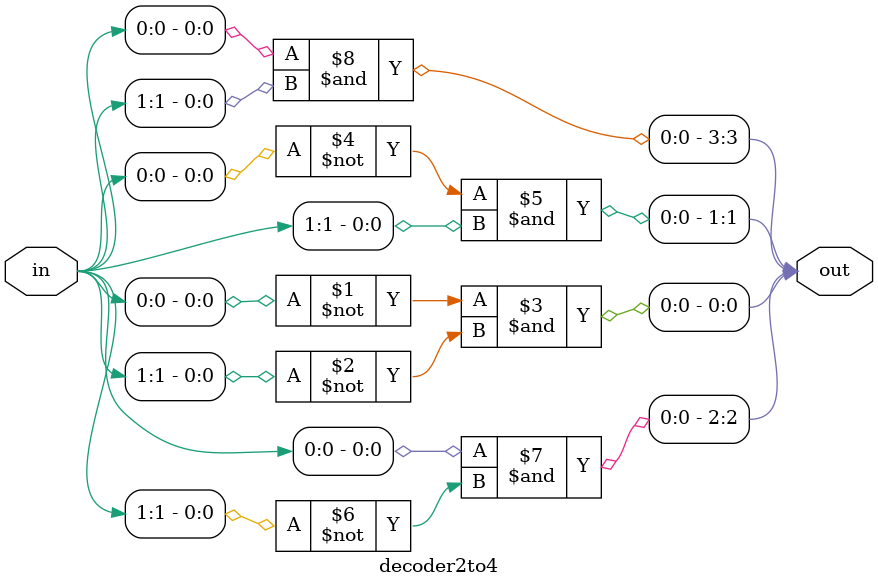
<source format=v>
module decoder2to4
(
        input [1:0] in,
        output [3:0] out
);
        assign out[0] = ~in[0] & ~in[1];
        assign out[1] = ~in[0] & in[1];
        assign out[2] = in[0] & ~in[1];
        assign out[3] = in[0] & in[1];
endmodule

</source>
